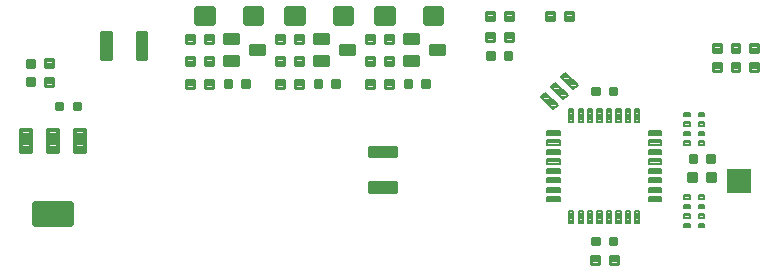
<source format=gtp>
G75*
G70*
%OFA0B0*%
%FSLAX24Y24*%
%IPPOS*%
%LPD*%
%AMOC8*
5,1,8,0,0,1.08239X$1,22.5*
%
%ADD10C,0.0118*%
%ADD11C,0.0112*%
%ADD12C,0.0201*%
%ADD13C,0.0079*%
%ADD14C,0.0094*%
%ADD15C,0.0083*%
%ADD16C,0.0081*%
%ADD17R,0.0800X0.0800*%
%ADD18C,0.0144*%
%ADD19C,0.0260*%
D10*
X012832Y008722D02*
X012832Y008998D01*
X013698Y008998D01*
X013698Y008722D01*
X012832Y008722D01*
X012832Y008839D02*
X013698Y008839D01*
X013698Y008956D02*
X012832Y008956D01*
X012832Y009903D02*
X012832Y010179D01*
X013698Y010179D01*
X013698Y009903D01*
X012832Y009903D01*
X012832Y010020D02*
X013698Y010020D01*
X013698Y010137D02*
X012832Y010137D01*
X013991Y012939D02*
X013991Y013215D01*
X014423Y013215D01*
X014423Y012939D01*
X013991Y012939D01*
X013991Y013056D02*
X014423Y013056D01*
X014423Y013173D02*
X013991Y013173D01*
X013991Y013687D02*
X013991Y013963D01*
X014423Y013963D01*
X014423Y013687D01*
X013991Y013687D01*
X013991Y013804D02*
X014423Y013804D01*
X014423Y013921D02*
X013991Y013921D01*
X014857Y013589D02*
X014857Y013313D01*
X014857Y013589D02*
X015289Y013589D01*
X015289Y013313D01*
X014857Y013313D01*
X014857Y013430D02*
X015289Y013430D01*
X015289Y013547D02*
X014857Y013547D01*
X011857Y013589D02*
X011857Y013313D01*
X011857Y013589D02*
X012289Y013589D01*
X012289Y013313D01*
X011857Y013313D01*
X011857Y013430D02*
X012289Y013430D01*
X012289Y013547D02*
X011857Y013547D01*
X010991Y013687D02*
X010991Y013963D01*
X011423Y013963D01*
X011423Y013687D01*
X010991Y013687D01*
X010991Y013804D02*
X011423Y013804D01*
X011423Y013921D02*
X010991Y013921D01*
X010991Y013215D02*
X010991Y012939D01*
X010991Y013215D02*
X011423Y013215D01*
X011423Y012939D01*
X010991Y012939D01*
X010991Y013056D02*
X011423Y013056D01*
X011423Y013173D02*
X010991Y013173D01*
X008857Y013313D02*
X008857Y013589D01*
X009289Y013589D01*
X009289Y013313D01*
X008857Y013313D01*
X008857Y013430D02*
X009289Y013430D01*
X009289Y013547D02*
X008857Y013547D01*
X007991Y013687D02*
X007991Y013963D01*
X008423Y013963D01*
X008423Y013687D01*
X007991Y013687D01*
X007991Y013804D02*
X008423Y013804D01*
X008423Y013921D02*
X007991Y013921D01*
X007991Y013215D02*
X007991Y012939D01*
X007991Y013215D02*
X008423Y013215D01*
X008423Y012939D01*
X007991Y012939D01*
X007991Y013056D02*
X008423Y013056D01*
X008423Y013173D02*
X007991Y013173D01*
X005369Y013143D02*
X005093Y013143D01*
X005093Y014009D01*
X005369Y014009D01*
X005369Y013143D01*
X005369Y013260D02*
X005093Y013260D01*
X005093Y013377D02*
X005369Y013377D01*
X005369Y013494D02*
X005093Y013494D01*
X005093Y013611D02*
X005369Y013611D01*
X005369Y013728D02*
X005093Y013728D01*
X005093Y013845D02*
X005369Y013845D01*
X005369Y013962D02*
X005093Y013962D01*
X004187Y013143D02*
X003911Y013143D01*
X003911Y014009D01*
X004187Y014009D01*
X004187Y013143D01*
X004187Y013260D02*
X003911Y013260D01*
X003911Y013377D02*
X004187Y013377D01*
X004187Y013494D02*
X003911Y013494D01*
X003911Y013611D02*
X004187Y013611D01*
X004187Y013728D02*
X003911Y013728D01*
X003911Y013845D02*
X004187Y013845D01*
X004187Y013962D02*
X003911Y013962D01*
D11*
X002009Y013147D02*
X002009Y012885D01*
X002009Y013147D02*
X002271Y013147D01*
X002271Y012885D01*
X002009Y012885D01*
X002009Y012996D02*
X002271Y012996D01*
X002271Y013107D02*
X002009Y013107D01*
X002009Y012517D02*
X002009Y012255D01*
X002009Y012517D02*
X002271Y012517D01*
X002271Y012255D01*
X002009Y012255D01*
X002009Y012366D02*
X002271Y012366D01*
X002271Y012477D02*
X002009Y012477D01*
X006694Y012457D02*
X006956Y012457D01*
X006956Y012195D01*
X006694Y012195D01*
X006694Y012457D01*
X006694Y012306D02*
X006956Y012306D01*
X006956Y012417D02*
X006694Y012417D01*
X006694Y013207D02*
X006956Y013207D01*
X006956Y012945D01*
X006694Y012945D01*
X006694Y013207D01*
X006694Y013056D02*
X006956Y013056D01*
X006956Y013167D02*
X006694Y013167D01*
X006694Y013695D02*
X006956Y013695D01*
X006694Y013695D02*
X006694Y013957D01*
X006956Y013957D01*
X006956Y013695D01*
X006956Y013806D02*
X006694Y013806D01*
X006694Y013917D02*
X006956Y013917D01*
X007324Y013695D02*
X007586Y013695D01*
X007324Y013695D02*
X007324Y013957D01*
X007586Y013957D01*
X007586Y013695D01*
X007586Y013806D02*
X007324Y013806D01*
X007324Y013917D02*
X007586Y013917D01*
X007586Y013207D02*
X007324Y013207D01*
X007586Y013207D02*
X007586Y012945D01*
X007324Y012945D01*
X007324Y013207D01*
X007324Y013056D02*
X007586Y013056D01*
X007586Y013167D02*
X007324Y013167D01*
X007324Y012457D02*
X007586Y012457D01*
X007586Y012195D01*
X007324Y012195D01*
X007324Y012457D01*
X007324Y012306D02*
X007586Y012306D01*
X007586Y012417D02*
X007324Y012417D01*
X009694Y012457D02*
X009956Y012457D01*
X009956Y012195D01*
X009694Y012195D01*
X009694Y012457D01*
X009694Y012306D02*
X009956Y012306D01*
X009956Y012417D02*
X009694Y012417D01*
X010324Y012457D02*
X010586Y012457D01*
X010586Y012195D01*
X010324Y012195D01*
X010324Y012457D01*
X010324Y012306D02*
X010586Y012306D01*
X010586Y012417D02*
X010324Y012417D01*
X010324Y013207D02*
X010586Y013207D01*
X010586Y012945D01*
X010324Y012945D01*
X010324Y013207D01*
X010324Y013056D02*
X010586Y013056D01*
X010586Y013167D02*
X010324Y013167D01*
X009956Y013207D02*
X009694Y013207D01*
X009956Y013207D02*
X009956Y012945D01*
X009694Y012945D01*
X009694Y013207D01*
X009694Y013056D02*
X009956Y013056D01*
X009956Y013167D02*
X009694Y013167D01*
X009694Y013695D02*
X009956Y013695D01*
X009694Y013695D02*
X009694Y013957D01*
X009956Y013957D01*
X009956Y013695D01*
X009956Y013806D02*
X009694Y013806D01*
X009694Y013917D02*
X009956Y013917D01*
X010324Y013695D02*
X010586Y013695D01*
X010324Y013695D02*
X010324Y013957D01*
X010586Y013957D01*
X010586Y013695D01*
X010586Y013806D02*
X010324Y013806D01*
X010324Y013917D02*
X010586Y013917D01*
X012694Y013695D02*
X012956Y013695D01*
X012694Y013695D02*
X012694Y013957D01*
X012956Y013957D01*
X012956Y013695D01*
X012956Y013806D02*
X012694Y013806D01*
X012694Y013917D02*
X012956Y013917D01*
X013324Y013695D02*
X013586Y013695D01*
X013324Y013695D02*
X013324Y013957D01*
X013586Y013957D01*
X013586Y013695D01*
X013586Y013806D02*
X013324Y013806D01*
X013324Y013917D02*
X013586Y013917D01*
X013586Y013207D02*
X013324Y013207D01*
X013586Y013207D02*
X013586Y012945D01*
X013324Y012945D01*
X013324Y013207D01*
X013324Y013056D02*
X013586Y013056D01*
X013586Y013167D02*
X013324Y013167D01*
X012956Y013207D02*
X012694Y013207D01*
X012956Y013207D02*
X012956Y012945D01*
X012694Y012945D01*
X012694Y013207D01*
X012694Y013056D02*
X012956Y013056D01*
X012956Y013167D02*
X012694Y013167D01*
X012694Y012457D02*
X012956Y012457D01*
X012956Y012195D01*
X012694Y012195D01*
X012694Y012457D01*
X012694Y012306D02*
X012956Y012306D01*
X012956Y012417D02*
X012694Y012417D01*
X013324Y012457D02*
X013586Y012457D01*
X013586Y012195D01*
X013324Y012195D01*
X013324Y012457D01*
X013324Y012306D02*
X013586Y012306D01*
X013586Y012417D02*
X013324Y012417D01*
X016694Y013757D02*
X016956Y013757D01*
X016694Y013757D02*
X016694Y014019D01*
X016956Y014019D01*
X016956Y013757D01*
X016956Y013868D02*
X016694Y013868D01*
X016694Y013979D02*
X016956Y013979D01*
X017324Y013757D02*
X017586Y013757D01*
X017324Y013757D02*
X017324Y014019D01*
X017586Y014019D01*
X017586Y013757D01*
X017586Y013868D02*
X017324Y013868D01*
X017324Y013979D02*
X017586Y013979D01*
X017586Y014707D02*
X017324Y014707D01*
X017586Y014707D02*
X017586Y014445D01*
X017324Y014445D01*
X017324Y014707D01*
X017324Y014556D02*
X017586Y014556D01*
X017586Y014667D02*
X017324Y014667D01*
X016956Y014707D02*
X016694Y014707D01*
X016956Y014707D02*
X016956Y014445D01*
X016694Y014445D01*
X016694Y014707D01*
X016694Y014556D02*
X016956Y014556D01*
X016956Y014667D02*
X016694Y014667D01*
X018694Y014707D02*
X018956Y014707D01*
X018956Y014445D01*
X018694Y014445D01*
X018694Y014707D01*
X018694Y014556D02*
X018956Y014556D01*
X018956Y014667D02*
X018694Y014667D01*
X019324Y014707D02*
X019586Y014707D01*
X019586Y014445D01*
X019324Y014445D01*
X019324Y014707D01*
X019324Y014556D02*
X019586Y014556D01*
X019586Y014667D02*
X019324Y014667D01*
X024521Y013647D02*
X024521Y013385D01*
X024259Y013385D01*
X024259Y013647D01*
X024521Y013647D01*
X024521Y013496D02*
X024259Y013496D01*
X024259Y013607D02*
X024521Y013607D01*
X025146Y013647D02*
X025146Y013385D01*
X024884Y013385D01*
X024884Y013647D01*
X025146Y013647D01*
X025146Y013496D02*
X024884Y013496D01*
X024884Y013607D02*
X025146Y013607D01*
X025509Y013647D02*
X025509Y013385D01*
X025509Y013647D02*
X025771Y013647D01*
X025771Y013385D01*
X025509Y013385D01*
X025509Y013496D02*
X025771Y013496D01*
X025771Y013607D02*
X025509Y013607D01*
X025509Y013017D02*
X025509Y012755D01*
X025509Y013017D02*
X025771Y013017D01*
X025771Y012755D01*
X025509Y012755D01*
X025509Y012866D02*
X025771Y012866D01*
X025771Y012977D02*
X025509Y012977D01*
X025146Y013017D02*
X025146Y012755D01*
X024884Y012755D01*
X024884Y013017D01*
X025146Y013017D01*
X025146Y012866D02*
X024884Y012866D01*
X024884Y012977D02*
X025146Y012977D01*
X024521Y013017D02*
X024521Y012755D01*
X024259Y012755D01*
X024259Y013017D01*
X024521Y013017D01*
X024521Y012866D02*
X024259Y012866D01*
X024259Y012977D02*
X024521Y012977D01*
X024336Y009070D02*
X024074Y009070D01*
X024074Y009332D01*
X024336Y009332D01*
X024336Y009070D01*
X024336Y009181D02*
X024074Y009181D01*
X024074Y009292D02*
X024336Y009292D01*
X023706Y009070D02*
X023444Y009070D01*
X023444Y009332D01*
X023706Y009332D01*
X023706Y009070D01*
X023706Y009181D02*
X023444Y009181D01*
X023444Y009292D02*
X023706Y009292D01*
X021086Y006320D02*
X020824Y006320D01*
X020824Y006582D01*
X021086Y006582D01*
X021086Y006320D01*
X021086Y006431D02*
X020824Y006431D01*
X020824Y006542D02*
X021086Y006542D01*
X020456Y006320D02*
X020194Y006320D01*
X020194Y006582D01*
X020456Y006582D01*
X020456Y006320D01*
X020456Y006431D02*
X020194Y006431D01*
X020194Y006542D02*
X020456Y006542D01*
D12*
X015201Y014342D02*
X014693Y014342D01*
X014693Y014810D01*
X015201Y014810D01*
X015201Y014342D01*
X015201Y014542D02*
X014693Y014542D01*
X014693Y014742D02*
X015201Y014742D01*
X013587Y014342D02*
X013079Y014342D01*
X013079Y014810D01*
X013587Y014810D01*
X013587Y014342D01*
X013587Y014542D02*
X013079Y014542D01*
X013079Y014742D02*
X013587Y014742D01*
X012201Y014342D02*
X011693Y014342D01*
X011693Y014810D01*
X012201Y014810D01*
X012201Y014342D01*
X012201Y014542D02*
X011693Y014542D01*
X011693Y014742D02*
X012201Y014742D01*
X010587Y014342D02*
X010079Y014342D01*
X010079Y014810D01*
X010587Y014810D01*
X010587Y014342D01*
X010587Y014542D02*
X010079Y014542D01*
X010079Y014742D02*
X010587Y014742D01*
X009201Y014342D02*
X008693Y014342D01*
X008693Y014810D01*
X009201Y014810D01*
X009201Y014342D01*
X009201Y014542D02*
X008693Y014542D01*
X008693Y014742D02*
X009201Y014742D01*
X007587Y014342D02*
X007079Y014342D01*
X007079Y014810D01*
X007587Y014810D01*
X007587Y014342D01*
X007587Y014542D02*
X007079Y014542D01*
X007079Y014742D02*
X007587Y014742D01*
D13*
X018739Y010749D02*
X018739Y010607D01*
X018739Y010749D02*
X019161Y010749D01*
X019161Y010607D01*
X018739Y010607D01*
X018739Y010685D02*
X019161Y010685D01*
X018739Y010434D02*
X018739Y010292D01*
X018739Y010434D02*
X019161Y010434D01*
X019161Y010292D01*
X018739Y010292D01*
X018739Y010370D02*
X019161Y010370D01*
X018739Y010119D02*
X018739Y009977D01*
X018739Y010119D02*
X019161Y010119D01*
X019161Y009977D01*
X018739Y009977D01*
X018739Y010055D02*
X019161Y010055D01*
X018739Y009804D02*
X018739Y009662D01*
X018739Y009804D02*
X019161Y009804D01*
X019161Y009662D01*
X018739Y009662D01*
X018739Y009740D02*
X019161Y009740D01*
X018739Y009489D02*
X018739Y009347D01*
X018739Y009489D02*
X019161Y009489D01*
X019161Y009347D01*
X018739Y009347D01*
X018739Y009425D02*
X019161Y009425D01*
X018739Y009174D02*
X018739Y009032D01*
X018739Y009174D02*
X019161Y009174D01*
X019161Y009032D01*
X018739Y009032D01*
X018739Y009110D02*
X019161Y009110D01*
X018739Y008859D02*
X018739Y008717D01*
X018739Y008859D02*
X019161Y008859D01*
X019161Y008717D01*
X018739Y008717D01*
X018739Y008795D02*
X019161Y008795D01*
X018739Y008544D02*
X018739Y008402D01*
X018739Y008544D02*
X019161Y008544D01*
X019161Y008402D01*
X018739Y008402D01*
X018739Y008480D02*
X019161Y008480D01*
X019467Y008097D02*
X019467Y007675D01*
X019467Y008097D02*
X019609Y008097D01*
X019609Y007675D01*
X019467Y007675D01*
X019467Y007753D02*
X019609Y007753D01*
X019609Y007831D02*
X019467Y007831D01*
X019467Y007909D02*
X019609Y007909D01*
X019609Y007987D02*
X019467Y007987D01*
X019467Y008065D02*
X019609Y008065D01*
X019782Y008097D02*
X019782Y007675D01*
X019782Y008097D02*
X019924Y008097D01*
X019924Y007675D01*
X019782Y007675D01*
X019782Y007753D02*
X019924Y007753D01*
X019924Y007831D02*
X019782Y007831D01*
X019782Y007909D02*
X019924Y007909D01*
X019924Y007987D02*
X019782Y007987D01*
X019782Y008065D02*
X019924Y008065D01*
X020097Y008097D02*
X020097Y007675D01*
X020097Y008097D02*
X020239Y008097D01*
X020239Y007675D01*
X020097Y007675D01*
X020097Y007753D02*
X020239Y007753D01*
X020239Y007831D02*
X020097Y007831D01*
X020097Y007909D02*
X020239Y007909D01*
X020239Y007987D02*
X020097Y007987D01*
X020097Y008065D02*
X020239Y008065D01*
X020412Y008097D02*
X020412Y007675D01*
X020412Y008097D02*
X020554Y008097D01*
X020554Y007675D01*
X020412Y007675D01*
X020412Y007753D02*
X020554Y007753D01*
X020554Y007831D02*
X020412Y007831D01*
X020412Y007909D02*
X020554Y007909D01*
X020554Y007987D02*
X020412Y007987D01*
X020412Y008065D02*
X020554Y008065D01*
X020726Y008097D02*
X020726Y007675D01*
X020726Y008097D02*
X020868Y008097D01*
X020868Y007675D01*
X020726Y007675D01*
X020726Y007753D02*
X020868Y007753D01*
X020868Y007831D02*
X020726Y007831D01*
X020726Y007909D02*
X020868Y007909D01*
X020868Y007987D02*
X020726Y007987D01*
X020726Y008065D02*
X020868Y008065D01*
X021041Y008097D02*
X021041Y007675D01*
X021041Y008097D02*
X021183Y008097D01*
X021183Y007675D01*
X021041Y007675D01*
X021041Y007753D02*
X021183Y007753D01*
X021183Y007831D02*
X021041Y007831D01*
X021041Y007909D02*
X021183Y007909D01*
X021183Y007987D02*
X021041Y007987D01*
X021041Y008065D02*
X021183Y008065D01*
X021356Y008097D02*
X021356Y007675D01*
X021356Y008097D02*
X021498Y008097D01*
X021498Y007675D01*
X021356Y007675D01*
X021356Y007753D02*
X021498Y007753D01*
X021498Y007831D02*
X021356Y007831D01*
X021356Y007909D02*
X021498Y007909D01*
X021498Y007987D02*
X021356Y007987D01*
X021356Y008065D02*
X021498Y008065D01*
X021671Y008097D02*
X021671Y007675D01*
X021671Y008097D02*
X021813Y008097D01*
X021813Y007675D01*
X021671Y007675D01*
X021671Y007753D02*
X021813Y007753D01*
X021813Y007831D02*
X021671Y007831D01*
X021671Y007909D02*
X021813Y007909D01*
X021813Y007987D02*
X021671Y007987D01*
X021671Y008065D02*
X021813Y008065D01*
X022119Y008402D02*
X022119Y008544D01*
X022541Y008544D01*
X022541Y008402D01*
X022119Y008402D01*
X022119Y008480D02*
X022541Y008480D01*
X022119Y008717D02*
X022119Y008859D01*
X022541Y008859D01*
X022541Y008717D01*
X022119Y008717D01*
X022119Y008795D02*
X022541Y008795D01*
X022119Y009032D02*
X022119Y009174D01*
X022541Y009174D01*
X022541Y009032D01*
X022119Y009032D01*
X022119Y009110D02*
X022541Y009110D01*
X022119Y009347D02*
X022119Y009489D01*
X022541Y009489D01*
X022541Y009347D01*
X022119Y009347D01*
X022119Y009425D02*
X022541Y009425D01*
X022119Y009662D02*
X022119Y009804D01*
X022541Y009804D01*
X022541Y009662D01*
X022119Y009662D01*
X022119Y009740D02*
X022541Y009740D01*
X022119Y009977D02*
X022119Y010119D01*
X022541Y010119D01*
X022541Y009977D01*
X022119Y009977D01*
X022119Y010055D02*
X022541Y010055D01*
X022119Y010292D02*
X022119Y010434D01*
X022541Y010434D01*
X022541Y010292D01*
X022119Y010292D01*
X022119Y010370D02*
X022541Y010370D01*
X022119Y010607D02*
X022119Y010749D01*
X022541Y010749D01*
X022541Y010607D01*
X022119Y010607D01*
X022119Y010685D02*
X022541Y010685D01*
X021671Y011055D02*
X021671Y011477D01*
X021813Y011477D01*
X021813Y011055D01*
X021671Y011055D01*
X021671Y011133D02*
X021813Y011133D01*
X021813Y011211D02*
X021671Y011211D01*
X021671Y011289D02*
X021813Y011289D01*
X021813Y011367D02*
X021671Y011367D01*
X021671Y011445D02*
X021813Y011445D01*
X021356Y011477D02*
X021356Y011055D01*
X021356Y011477D02*
X021498Y011477D01*
X021498Y011055D01*
X021356Y011055D01*
X021356Y011133D02*
X021498Y011133D01*
X021498Y011211D02*
X021356Y011211D01*
X021356Y011289D02*
X021498Y011289D01*
X021498Y011367D02*
X021356Y011367D01*
X021356Y011445D02*
X021498Y011445D01*
X021041Y011477D02*
X021041Y011055D01*
X021041Y011477D02*
X021183Y011477D01*
X021183Y011055D01*
X021041Y011055D01*
X021041Y011133D02*
X021183Y011133D01*
X021183Y011211D02*
X021041Y011211D01*
X021041Y011289D02*
X021183Y011289D01*
X021183Y011367D02*
X021041Y011367D01*
X021041Y011445D02*
X021183Y011445D01*
X020726Y011477D02*
X020726Y011055D01*
X020726Y011477D02*
X020868Y011477D01*
X020868Y011055D01*
X020726Y011055D01*
X020726Y011133D02*
X020868Y011133D01*
X020868Y011211D02*
X020726Y011211D01*
X020726Y011289D02*
X020868Y011289D01*
X020868Y011367D02*
X020726Y011367D01*
X020726Y011445D02*
X020868Y011445D01*
X020412Y011477D02*
X020412Y011055D01*
X020412Y011477D02*
X020554Y011477D01*
X020554Y011055D01*
X020412Y011055D01*
X020412Y011133D02*
X020554Y011133D01*
X020554Y011211D02*
X020412Y011211D01*
X020412Y011289D02*
X020554Y011289D01*
X020554Y011367D02*
X020412Y011367D01*
X020412Y011445D02*
X020554Y011445D01*
X020097Y011477D02*
X020097Y011055D01*
X020097Y011477D02*
X020239Y011477D01*
X020239Y011055D01*
X020097Y011055D01*
X020097Y011133D02*
X020239Y011133D01*
X020239Y011211D02*
X020097Y011211D01*
X020097Y011289D02*
X020239Y011289D01*
X020239Y011367D02*
X020097Y011367D01*
X020097Y011445D02*
X020239Y011445D01*
X019782Y011477D02*
X019782Y011055D01*
X019782Y011477D02*
X019924Y011477D01*
X019924Y011055D01*
X019782Y011055D01*
X019782Y011133D02*
X019924Y011133D01*
X019924Y011211D02*
X019782Y011211D01*
X019782Y011289D02*
X019924Y011289D01*
X019924Y011367D02*
X019782Y011367D01*
X019782Y011445D02*
X019924Y011445D01*
X019467Y011477D02*
X019467Y011055D01*
X019467Y011477D02*
X019609Y011477D01*
X019609Y011055D01*
X019467Y011055D01*
X019467Y011133D02*
X019609Y011133D01*
X019609Y011211D02*
X019467Y011211D01*
X019467Y011289D02*
X019609Y011289D01*
X019609Y011367D02*
X019467Y011367D01*
X019467Y011445D02*
X019609Y011445D01*
D14*
X020235Y011966D02*
X020455Y011966D01*
X020235Y011966D02*
X020235Y012186D01*
X020455Y012186D01*
X020455Y011966D01*
X020455Y012059D02*
X020235Y012059D01*
X020235Y012152D02*
X020455Y012152D01*
X020825Y011966D02*
X021045Y011966D01*
X020825Y011966D02*
X020825Y012186D01*
X021045Y012186D01*
X021045Y011966D01*
X021045Y012059D02*
X020825Y012059D01*
X020825Y012152D02*
X021045Y012152D01*
X023485Y009936D02*
X023705Y009936D01*
X023705Y009716D01*
X023485Y009716D01*
X023485Y009936D01*
X023485Y009809D02*
X023705Y009809D01*
X023705Y009902D02*
X023485Y009902D01*
X024075Y009936D02*
X024295Y009936D01*
X024295Y009716D01*
X024075Y009716D01*
X024075Y009936D01*
X024075Y009809D02*
X024295Y009809D01*
X024295Y009902D02*
X024075Y009902D01*
X021045Y006966D02*
X020825Y006966D01*
X020825Y007186D01*
X021045Y007186D01*
X021045Y006966D01*
X021045Y007059D02*
X020825Y007059D01*
X020825Y007152D02*
X021045Y007152D01*
X020455Y006966D02*
X020235Y006966D01*
X020235Y007186D01*
X020455Y007186D01*
X020455Y006966D01*
X020455Y007059D02*
X020235Y007059D01*
X020235Y007152D02*
X020455Y007152D01*
X014575Y012216D02*
X014575Y012436D01*
X014795Y012436D01*
X014795Y012216D01*
X014575Y012216D01*
X014575Y012309D02*
X014795Y012309D01*
X014795Y012402D02*
X014575Y012402D01*
X013985Y012436D02*
X013985Y012216D01*
X013985Y012436D02*
X014205Y012436D01*
X014205Y012216D01*
X013985Y012216D01*
X013985Y012309D02*
X014205Y012309D01*
X014205Y012402D02*
X013985Y012402D01*
X011575Y012436D02*
X011575Y012216D01*
X011575Y012436D02*
X011795Y012436D01*
X011795Y012216D01*
X011575Y012216D01*
X011575Y012309D02*
X011795Y012309D01*
X011795Y012402D02*
X011575Y012402D01*
X010985Y012436D02*
X010985Y012216D01*
X010985Y012436D02*
X011205Y012436D01*
X011205Y012216D01*
X010985Y012216D01*
X010985Y012309D02*
X011205Y012309D01*
X011205Y012402D02*
X010985Y012402D01*
X008575Y012436D02*
X008575Y012216D01*
X008575Y012436D02*
X008795Y012436D01*
X008795Y012216D01*
X008575Y012216D01*
X008575Y012309D02*
X008795Y012309D01*
X008795Y012402D02*
X008575Y012402D01*
X007985Y012436D02*
X007985Y012216D01*
X007985Y012436D02*
X008205Y012436D01*
X008205Y012216D01*
X007985Y012216D01*
X007985Y012309D02*
X008205Y012309D01*
X008205Y012402D02*
X007985Y012402D01*
X003170Y011466D02*
X002950Y011466D01*
X002950Y011686D01*
X003170Y011686D01*
X003170Y011466D01*
X003170Y011559D02*
X002950Y011559D01*
X002950Y011652D02*
X003170Y011652D01*
X002580Y011466D02*
X002360Y011466D01*
X002360Y011686D01*
X002580Y011686D01*
X002580Y011466D01*
X002580Y011559D02*
X002360Y011559D01*
X002360Y011652D02*
X002580Y011652D01*
X001625Y012515D02*
X001405Y012515D01*
X001625Y012515D02*
X001625Y012295D01*
X001405Y012295D01*
X001405Y012515D01*
X001405Y012388D02*
X001625Y012388D01*
X001625Y012481D02*
X001405Y012481D01*
X001405Y013106D02*
X001625Y013106D01*
X001625Y012886D01*
X001405Y012886D01*
X001405Y013106D01*
X001405Y012979D02*
X001625Y012979D01*
X001625Y013072D02*
X001405Y013072D01*
X016735Y013153D02*
X016735Y013373D01*
X016955Y013373D01*
X016955Y013153D01*
X016735Y013153D01*
X016735Y013246D02*
X016955Y013246D01*
X016955Y013339D02*
X016735Y013339D01*
X017325Y013373D02*
X017325Y013153D01*
X017325Y013373D02*
X017545Y013373D01*
X017545Y013153D01*
X017325Y013153D01*
X017325Y013246D02*
X017545Y013246D01*
X017545Y013339D02*
X017325Y013339D01*
D15*
X018865Y012214D02*
X019002Y012351D01*
X019415Y011938D01*
X019278Y011801D01*
X018865Y012214D01*
X019196Y011883D02*
X019360Y011883D01*
X019388Y011965D02*
X019114Y011965D01*
X019032Y012047D02*
X019306Y012047D01*
X019224Y012129D02*
X018950Y012129D01*
X018868Y012211D02*
X019142Y012211D01*
X019060Y012293D02*
X018944Y012293D01*
X019199Y012548D02*
X019336Y012685D01*
X019749Y012272D01*
X019612Y012135D01*
X019199Y012548D01*
X019530Y012217D02*
X019694Y012217D01*
X019722Y012299D02*
X019448Y012299D01*
X019366Y012381D02*
X019640Y012381D01*
X019558Y012463D02*
X019284Y012463D01*
X019202Y012545D02*
X019476Y012545D01*
X019394Y012627D02*
X019278Y012627D01*
X018668Y012017D02*
X018531Y011880D01*
X018668Y012017D02*
X019081Y011604D01*
X018944Y011467D01*
X018531Y011880D01*
X018862Y011549D02*
X019026Y011549D01*
X019054Y011631D02*
X018780Y011631D01*
X018698Y011713D02*
X018972Y011713D01*
X018890Y011795D02*
X018616Y011795D01*
X018534Y011877D02*
X018808Y011877D01*
X018726Y011959D02*
X018610Y011959D01*
D16*
X023482Y011356D02*
X023482Y011240D01*
X023306Y011240D01*
X023306Y011356D01*
X023482Y011356D01*
X023482Y011320D02*
X023306Y011320D01*
X023482Y011041D02*
X023482Y010925D01*
X023306Y010925D01*
X023306Y011041D01*
X023482Y011041D01*
X023482Y011005D02*
X023306Y011005D01*
X023482Y010726D02*
X023482Y010610D01*
X023306Y010610D01*
X023306Y010726D01*
X023482Y010726D01*
X023482Y010690D02*
X023306Y010690D01*
X023482Y010411D02*
X023482Y010295D01*
X023306Y010295D01*
X023306Y010411D01*
X023482Y010411D01*
X023482Y010375D02*
X023306Y010375D01*
X023974Y010411D02*
X023974Y010295D01*
X023798Y010295D01*
X023798Y010411D01*
X023974Y010411D01*
X023974Y010375D02*
X023798Y010375D01*
X023974Y010610D02*
X023974Y010726D01*
X023974Y010610D02*
X023798Y010610D01*
X023798Y010726D01*
X023974Y010726D01*
X023974Y010690D02*
X023798Y010690D01*
X023974Y010925D02*
X023974Y011041D01*
X023974Y010925D02*
X023798Y010925D01*
X023798Y011041D01*
X023974Y011041D01*
X023974Y011005D02*
X023798Y011005D01*
X023974Y011240D02*
X023974Y011356D01*
X023974Y011240D02*
X023798Y011240D01*
X023798Y011356D01*
X023974Y011356D01*
X023974Y011320D02*
X023798Y011320D01*
X023798Y008606D02*
X023798Y008490D01*
X023798Y008606D02*
X023974Y008606D01*
X023974Y008490D01*
X023798Y008490D01*
X023798Y008570D02*
X023974Y008570D01*
X023798Y008291D02*
X023798Y008175D01*
X023798Y008291D02*
X023974Y008291D01*
X023974Y008175D01*
X023798Y008175D01*
X023798Y008255D02*
X023974Y008255D01*
X023798Y007976D02*
X023798Y007860D01*
X023798Y007976D02*
X023974Y007976D01*
X023974Y007860D01*
X023798Y007860D01*
X023798Y007940D02*
X023974Y007940D01*
X023798Y007661D02*
X023798Y007545D01*
X023798Y007661D02*
X023974Y007661D01*
X023974Y007545D01*
X023798Y007545D01*
X023798Y007625D02*
X023974Y007625D01*
X023306Y007661D02*
X023306Y007545D01*
X023306Y007661D02*
X023482Y007661D01*
X023482Y007545D01*
X023306Y007545D01*
X023306Y007625D02*
X023482Y007625D01*
X023306Y007860D02*
X023306Y007976D01*
X023482Y007976D01*
X023482Y007860D01*
X023306Y007860D01*
X023306Y007940D02*
X023482Y007940D01*
X023306Y008175D02*
X023306Y008291D01*
X023482Y008291D01*
X023482Y008175D01*
X023306Y008175D01*
X023306Y008255D02*
X023482Y008255D01*
X023306Y008490D02*
X023306Y008606D01*
X023482Y008606D01*
X023482Y008490D01*
X023306Y008490D01*
X023306Y008570D02*
X023482Y008570D01*
D17*
X025140Y009076D03*
D18*
X003343Y010789D02*
X003007Y010789D01*
X003343Y010789D02*
X003343Y010053D01*
X003007Y010053D01*
X003007Y010789D01*
X003007Y010196D02*
X003343Y010196D01*
X003343Y010339D02*
X003007Y010339D01*
X003007Y010482D02*
X003343Y010482D01*
X003343Y010625D02*
X003007Y010625D01*
X003007Y010768D02*
X003343Y010768D01*
X002433Y010789D02*
X002097Y010789D01*
X002433Y010789D02*
X002433Y010053D01*
X002097Y010053D01*
X002097Y010789D01*
X002097Y010196D02*
X002433Y010196D01*
X002433Y010339D02*
X002097Y010339D01*
X002097Y010482D02*
X002433Y010482D01*
X002433Y010625D02*
X002097Y010625D01*
X002097Y010768D02*
X002433Y010768D01*
X001523Y010789D02*
X001187Y010789D01*
X001523Y010789D02*
X001523Y010053D01*
X001187Y010053D01*
X001187Y010789D01*
X001187Y010196D02*
X001523Y010196D01*
X001523Y010339D02*
X001187Y010339D01*
X001187Y010482D02*
X001523Y010482D01*
X001523Y010625D02*
X001187Y010625D01*
X001187Y010768D02*
X001523Y010768D01*
D19*
X001687Y008284D02*
X002843Y008284D01*
X002843Y007678D01*
X001687Y007678D01*
X001687Y008284D01*
X001687Y007937D02*
X002843Y007937D01*
X002843Y008196D02*
X001687Y008196D01*
M02*

</source>
